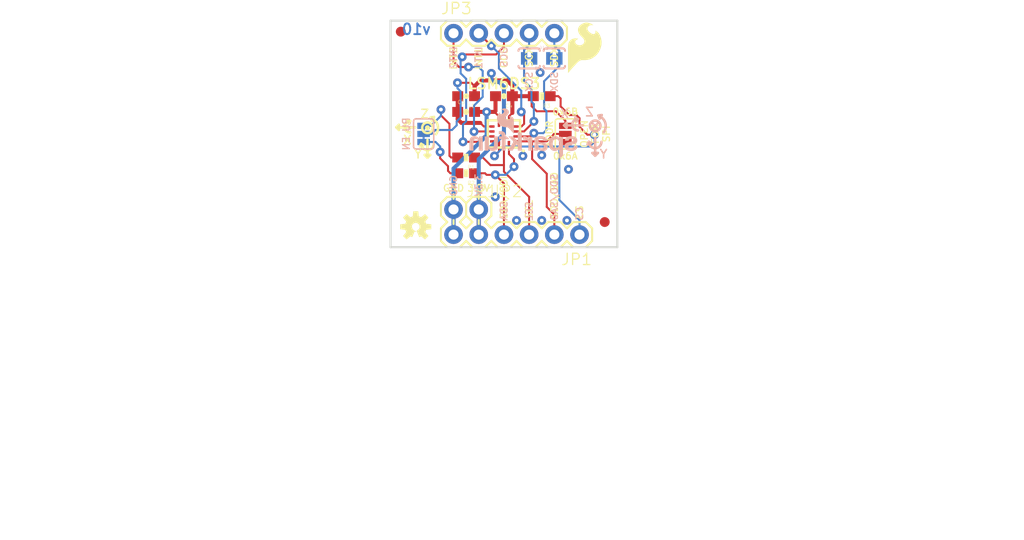
<source format=kicad_pcb>
(kicad_pcb (version 20211014) (generator pcbnew)
  (layers (0 "F.Cu" signal) (31 "B.Cu" signal) (34 "B.Paste" user) (35 "F.Paste" user) (36 "B.SilkS" user "B.Silkscreen") (37 "F.SilkS" user "F.Silkscreen") (38 "B.Mask" user) (39 "F.Mask" user) (44 "Edge.Cuts" user))
  (net 0 "")
  (net 1 "GND")
  (net 2 "VDD")
  (net 3 "SCL")
  (net 4 "SDA")
  (net 5 "CS")
  (net 6 "SDO/SA0")
  (net 7 "SDX")
  (net 8 "SCX")
  (net 9 "INT1")
  (net 10 "INT2")
  (net 11 "3.3V")
  (net 12 "OCS")
  (net 13 "N$5")
  (net 14 "N$6")
  (footprint "boardEagle:CREATIVE_COMMONS" (layer "F.Cu") (at 118.0211 145.6436)
    (fp_text reference "FRAME1" hide)
    (fp_text value "" hide)
  )
  (footprint "boardEagle:1X01_NO_SILK" (layer "F.Cu") (at 145.9611 112.6236)
    (fp_text reference "JP2" (at 1.1938 -1.8288) (layer "F.SilkS") (effects (font (size 1.176528 1.176528) (thickness 0.093472)) (justify left)))
    (fp_text value "3.3V")
    (pad "1" thru_hole circle (at 0 0 90) (size 1.8796 1.8796) (drill 1.016) (layers *.Cu *.Mask) (net 11 "3.3V"))
  )
  (footprint "boardEagle:FIDUCIAL-1X2" (layer "F.Cu") (at 138.102975 94.68485)
    (fp_text reference "FID1" hide)
    (fp_text value "FIDUCIAL1X2" hide)
    (pad "1" smd roundrect (at 0 0) (size 1 1) (layers "F.Cu" "F.Mask") (roundrect_rratio 0.5))
  )
  (footprint "boardEagle:STAND-OFF" (layer "F.Cu") (at 139.6111 99.9236)
    (fp_text reference "STANDOFF1" hide)
    (fp_text value "STAND-OFF" hide)
    (pad "" np_thru_hole circle (at 0 0) (size 3.302 3.302) (drill 3.302) (layers *.Cu *.Mask))
  )
  (footprint "boardEagle:STAND-OFF" (layer "F.Cu") (at 139.6111 110.0836)
    (fp_text reference "STANDOFF2" hide)
    (fp_text value "STAND-OFF" hide)
    (pad "" np_thru_hole circle (at 0 0) (size 3.302 3.302) (drill 3.302) (layers *.Cu *.Mask))
  )
  (footprint "boardEagle:0603" (layer "F.Cu") (at 144.6911 101.1936 180)
    (fp_text reference "L1" (at -0.889 -0.762 180) (layer "F.SilkS") (effects (font (size 0.373888 0.373888) (thickness 0.032512)) (justify right top)))
    (fp_text value "RES-07859")
    (pad "1" smd rect (at -0.85 0 180) (size 1.1 1) (layers "F.Cu" "F.Paste" "F.Mask") (net 11 "3.3V"))
    (pad "2" smd rect (at 0.85 0 180) (size 1.1 1) (layers "F.Cu" "F.Paste" "F.Mask") (net 2 "VDD"))
  )
  (footprint "boardEagle:PAD-JUMPER-3-2OF3_NC_BY_PASTE_YES_SILK_FULL_BOX" (layer "F.Cu") (at 154.69235 105.0036 90)
    (fp_text reference "SJ1" (at -1.27 -1.27 90) (layer "F.SilkS") (effects (font (size 0.373888 0.373888) (thickness 0.032512)) (justify left bottom)))
    (fp_text value "")
    (pad "1" smd rect (at -0.8128 0 90) (size 0.635 1.27) (layers "F.Cu" "F.Mask") (net 1 "GND"))
    (pad "2" smd rect (at 0 0 90) (size 0.635 1.27) (layers "F.Cu" "F.Mask") (net 6 "SDO/SA0"))
    (pad "3" smd rect (at 0.8128 0 90) (size 0.635 1.27) (layers "F.Cu" "F.Mask") (net 11 "3.3V"))
  )
  (footprint "boardEagle:1X06_NO_SILK_YES_STOP" (layer "F.Cu") (at 156.1211 115.1636 180)
    (fp_text reference "JP1" (at -1.3462 -1.8288 180) (layer "F.SilkS") (effects (font (size 1.143 1.143) (thickness 0.127)) (justify right top)))
    (fp_text value "IO")
    (pad "1" thru_hole circle (at 0 0 270) (size 1.8796 1.8796) (drill 1.016) (layers *.Cu *.Mask) (net 5 "CS"))
    (pad "2" thru_hole circle (at 2.54 0 270) (size 1.8796 1.8796) (drill 1.016) (layers *.Cu *.Mask) (net 6 "SDO/SA0"))
    (pad "3" thru_hole circle (at 5.08 0 270) (size 1.8796 1.8796) (drill 1.016) (layers *.Cu *.Mask) (net 3 "SCL"))
    (pad "4" thru_hole circle (at 7.62 0 270) (size 1.8796 1.8796) (drill 1.016) (layers *.Cu *.Mask) (net 4 "SDA"))
    (pad "5" thru_hole circle (at 10.16 0 270) (size 1.8796 1.8796) (drill 1.016) (layers *.Cu *.Mask) (net 11 "3.3V"))
    (pad "6" thru_hole circle (at 12.7 0 270) (size 1.8796 1.8796) (drill 1.016) (layers *.Cu *.Mask) (net 1 "GND"))
  )
  (footprint "boardEagle:LGA14L_DOT_INDICATOR" (layer "F.Cu") (at 148.5011 105.0036 180)
    (fp_text reference "U2")
    (fp_text value "LSM6DS3")
    (pad "1" smd rect (at -1.175 -0.75) (size 0.45 0.25) (layers "F.Cu" "F.Paste" "F.Mask") (net 6 "SDO/SA0"))
    (pad "2" smd rect (at -1.175 -0.25) (size 0.45 0.25) (layers "F.Cu" "F.Paste" "F.Mask") (net 7 "SDX"))
    (pad "3" smd rect (at -1.175 0.25) (size 0.45 0.25) (layers "F.Cu" "F.Paste" "F.Mask") (net 8 "SCX"))
    (pad "4" smd rect (at -1.175 0.75) (size 0.45 0.25) (layers "F.Cu" "F.Paste" "F.Mask") (net 9 "INT1"))
    (pad "5" smd rect (at -0.5 0.925 270) (size 0.45 0.25) (layers "F.Cu" "F.Paste" "F.Mask") (net 11 "3.3V"))
    (pad "6" smd rect (at 0 0.925 270) (size 0.45 0.25) (layers "F.Cu" "F.Paste" "F.Mask") (net 1 "GND"))
    (pad "7" smd rect (at 0.5 0.925 270) (size 0.45 0.25) (layers "F.Cu" "F.Paste" "F.Mask") (net 1 "GND"))
    (pad "8" smd rect (at 1.175 0.75) (size 0.45 0.25) (layers "F.Cu" "F.Paste" "F.Mask") (net 2 "VDD"))
    (pad "9" smd rect (at 1.175 0.25) (size 0.45 0.25) (layers "F.Cu" "F.Paste" "F.Mask") (net 10 "INT2"))
    (pad "10" smd rect (at 1.175 -0.25) (size 0.45 0.25) (layers "F.Cu" "F.Paste" "F.Mask") (net 12 "OCS"))
    (pad "11" smd rect (at 1.175 -0.75) (size 0.45 0.25) (layers "F.Cu" "F.Paste" "F.Mask"))
    (pad "12" smd rect (at 0.5 -0.925 270) (size 0.45 0.25) (layers "F.Cu" "F.Paste" "F.Mask") (net 5 "CS"))
    (pad "13" smd rect (at 0 -0.925 270) (size 0.45 0.25) (layers "F.Cu" "F.Paste" "F.Mask") (net 3 "SCL"))
    (pad "14" smd rect (at -0.5 -0.925 270) (size 0.45 0.25) (layers "F.Cu" "F.Paste" "F.Mask") (net 4 "SDA"))
  )
  (footprint "boardEagle:0603-RES" (layer "F.Cu") (at 144.6911 107.38485 180)
    (fp_text reference "R1" (at -0.889 -0.762 180) (layer "F.SilkS") (effects (font (size 0.373888 0.373888) (thickness 0.032512)) (justify right top)))
    (fp_text value "4.7K")
    (pad "1" smd rect (at -0.85 0 180) (size 1.1 1) (layers "F.Cu" "F.Paste" "F.Mask") (net 3 "SCL"))
    (pad "2" smd rect (at 0.85 0 180) (size 1.1 1) (layers "F.Cu" "F.Paste" "F.Mask") (net 13 "N$5"))
  )
  (footprint "boardEagle:SFE_LOGO_FLAME_.2" (layer "F.Cu") (at 154.612975 99.12985)
    (fp_text reference "LOGO1" hide)
    (fp_text value "SFE_LOGO_FLAME.2_INCH" hide)
  )
  (footprint "boardEagle:1X05" (layer "F.Cu") (at 143.4211 94.8436)
    (fp_text reference "JP3" (at -1.3462 -1.8288) (layer "F.SilkS") (effects (font (size 1.143 1.143) (thickness 0.127)) (justify left bottom)))
    (fp_text value "IO")
    (pad "1" thru_hole circle (at 0 0 90) (size 1.8796 1.8796) (drill 1.016) (layers *.Cu *.Mask) (net 10 "INT2"))
    (pad "2" thru_hole circle (at 2.54 0 90) (size 1.8796 1.8796) (drill 1.016) (layers *.Cu *.Mask) (net 9 "INT1"))
    (pad "3" thru_hole circle (at 5.08 0 90) (size 1.8796 1.8796) (drill 1.016) (layers *.Cu *.Mask) (net 12 "OCS"))
    (pad "4" thru_hole circle (at 7.62 0 90) (size 1.8796 1.8796) (drill 1.016) (layers *.Cu *.Mask) (net 8 "SCX"))
    (pad "5" thru_hole circle (at 10.16 0 90) (size 1.8796 1.8796) (drill 1.016) (layers *.Cu *.Mask) (net 7 "SDX"))
  )
  (footprint "boardEagle:0603-CAP" (layer "F.Cu") (at 148.5011 101.1936 180)
    (fp_text reference "C4" (at -0.889 -0.762 180) (layer "F.SilkS") (effects (font (size 0.373888 0.373888) (thickness 0.032512)) (justify right top)))
    (fp_text value "0.1uF")
    (pad "1" smd rect (at -0.85 0 180) (size 1.1 1) (layers "F.Cu" "F.Paste" "F.Mask") (net 11 "3.3V"))
    (pad "2" smd rect (at 0.85 0 180) (size 1.1 1) (layers "F.Cu" "F.Paste" "F.Mask") (net 1 "GND"))
  )
  (footprint "boardEagle:0603-CAP" (layer "F.Cu") (at 144.6911 102.7811)
    (fp_text reference "C3" (at -0.889 -0.762) (layer "F.SilkS") (effects (font (size 0.373888 0.373888) (thickness 0.032512)) (justify left bottom)))
    (fp_text value "0.1uF")
    (pad "1" smd rect (at -0.85 0) (size 1.1 1) (layers "F.Cu" "F.Paste" "F.Mask") (net 2 "VDD"))
    (pad "2" smd rect (at 0.85 0) (size 1.1 1) (layers "F.Cu" "F.Paste" "F.Mask") (net 1 "GND"))
  )
  (footprint "boardEagle:STAND-OFF" (layer "F.Cu") (at 157.3911 110.0836)
    (fp_text reference "STANDOFF4" hide)
    (fp_text value "STAND-OFF" hide)
    (pad "" np_thru_hole circle (at 0 0) (size 3.302 3.302) (drill 3.302) (layers *.Cu *.Mask))
  )
  (footprint "boardEagle:0603-RES" (layer "F.Cu") (at 144.6911 108.97235 180)
    (fp_text reference "R2" (at -0.889 -0.762 180) (layer "F.SilkS") (effects (font (size 0.373888 0.373888) (thickness 0.032512)) (justify right top)))
    (fp_text value "4.7K")
    (pad "1" smd rect (at -0.85 0 180) (size 1.1 1) (layers "F.Cu" "F.Paste" "F.Mask") (net 4 "SDA"))
    (pad "2" smd rect (at 0.85 0 180) (size 1.1 1) (layers "F.Cu" "F.Paste" "F.Mask") (net 14 "N$6"))
  )
  (footprint "boardEagle:OSHW-LOGO-S" (layer "F.Cu") (at 139.6111 114.36985)
    (fp_text reference "LOGO2" hide)
    (fp_text value "OSHW-LOGOS" hide)
  )
  (footprint "boardEagle:0603-RES" (layer "F.Cu") (at 152.3111 101.1936 180)
    (fp_text reference "R3" (at -0.889 -0.762 180) (layer "F.SilkS") (effects (font (size 0.373888 0.373888) (thickness 0.032512)) (justify right top)))
    (fp_text value "10K")
    (pad "1" smd rect (at -0.85 0 180) (size 1.1 1) (layers "F.Cu" "F.Paste" "F.Mask") (net 5 "CS"))
    (pad "2" smd rect (at 0.85 0 180) (size 1.1 1) (layers "F.Cu" "F.Paste" "F.Mask") (net 11 "3.3V"))
  )
  (footprint "boardEagle:1X01_NO_SILK" (layer "F.Cu") (at 143.4211 112.6236)
    (fp_text reference "JP11" (at 1.1938 -1.8288) (layer "F.SilkS") (effects (font (size 1.176528 1.176528) (thickness 0.093472)) (justify left)))
    (fp_text value "GND")
    (pad "1" thru_hole circle (at 0 0 90) (size 1.8796 1.8796) (drill 1.016) (layers *.Cu *.Mask) (net 1 "GND"))
  )
  (footprint "boardEagle:FIDUCIAL-1X2" (layer "F.Cu") (at 158.6611 113.8936)
    (fp_text reference "FID2" hide)
    (fp_text value "FIDUCIAL1X2" hide)
    (pad "1" smd roundrect (at 0 0) (size 1 1) (layers "F.Cu" "F.Mask") (roundrect_rratio 0.5))
  )
  (footprint "boardEagle:STAND-OFF" (layer "F.Cu") (at 157.3911 99.9236)
    (fp_text reference "STANDOFF3" hide)
    (fp_text value "STAND-OFF" hide)
    (pad "" np_thru_hole circle (at 0 0) (size 3.302 3.302) (drill 3.302) (layers *.Cu *.Mask))
  )
  (footprint "boardEagle:PAD-JUMPER-2-NC_BY_TRACE_YES_SILK" (layer "B.Cu") (at 151.0411 97.3836 180)
    (fp_text reference "SJ4" (at -0.9525 1.27) (layer "B.SilkS") (effects (font (size 0.373888 0.373888) (thickness 0.032512)) (justify right top mirror)))
    (fp_text value "JUMPER-PAD-2-NC_BY_TRACE")
    (fp_line (start -0.381 0) (end 0.381 0) (layer "B.Cu") (width 0.2032))
    (pad "1" smd rect (at -0.508 0 180) (size 0.635 1.27) (layers "B.Cu" "B.Mask") (net 1 "GND"))
    (pad "2" smd rect (at 0.508 0 180) (size 0.635 1.27) (layers "B.Cu" "B.Mask") (net 8 "SCX"))
  )
  (footprint "boardEagle:PAD-JUMPER-2-NC_BY_TRACE_YES_SILK" (layer "B.Cu") (at 153.5811 97.3836)
    (fp_text reference "SJ3" (at -0.9525 1.27 180) (layer "B.SilkS") (effects (font (size 0.373888 0.373888) (thickness 0.032512)) (justify left bottom mirror)))
    (fp_text value "JUMPER-PAD-2-NC_BY_TRACE")
    (fp_line (start -0.381 0) (end 0.381 0) (layer "B.Cu") (width 0.2032))
    (pad "1" smd rect (at -0.508 0) (size 0.635 1.27) (layers "B.Cu" "B.Mask") (net 1 "GND"))
    (pad "2" smd rect (at 0.508 0) (size 0.635 1.27) (layers "B.Cu" "B.Mask") (net 7 "SDX"))
  )
  (footprint "boardEagle:SFE_LOGO_NAME_FLAME_.1" (layer "B.Cu") (at 156.359225 107.622975 180)
    (fp_text reference "LOGO3" hide)
    (fp_text value "SFE_LOGO_NAME_FLAME.1_INCH" hide)
  )
  (footprint "boardEagle:PAD-JUMPER-3-3OF3_NC_BY_TRACE_YES_SILK_FULL_BOX" (layer "B.Cu") (at 140.40485 105.0036 -90)
    (fp_text reference "SJ2" (at -1.27 1.27 90) (layer "B.SilkS") (effects (font (size 0.373888 0.373888) (thickness 0.032512)) (justify left bottom mirror)))
    (fp_text value "S_MODE")
    (fp_line (start -1.016 0) (end -0.254 0) (layer "B.Cu") (width 0.2032))
    (fp_line (start 0.254 0) (end 1.016 0) (layer "B.Cu") (width 0.2032))
    (pad "1" smd rect (at -0.8128 0 270) (size 0.635 1.27) (layers "B.Cu" "B.Mask") (net 13 "N$5"))
    (pad "2" smd rect (at 0 0 270) (size 0.635 1.27) (layers "B.Cu" "B.Mask") (net 11 "3.3V"))
    (pad "3" smd rect (at 0.8128 0 270) (size 0.635 1.27) (layers "B.Cu" "B.Mask") (net 14 "N$6"))
  )
  (gr_line (start 158.022925 103.144638) (end 158.3563 103.097013) (layer "B.SilkS") (width 0.254))
  (gr_line (start 155.959175 103.506588) (end 155.705175 103.379588) (layer "B.SilkS") (width 0.254))
  (gr_arc (start 158.3309 105.802113) (mid 157.6959 106.437113) (end 157.0609 105.802113) (layer "B.SilkS") (width 0.254))
  (gr_line (start 154.562175 104.141588) (end 154.816175 104.395588) (layer "B.SilkS") (width 0.254))
  (gr_arc (start 158.1531 103.224013) (mid 158.732354 103.93571) (end 158.559501 104.836914) (layer "B.SilkS") (width 0.254))
  (gr_line (start 157.9753 106.919713) (end 157.4165 106.919713) (layer "B.SilkS") (width 0.254))
  (gr_line (start 157.6959 107.199113) (end 157.6959 105.421113) (layer "B.SilkS") (width 0.254))
  (gr_line (start 154.562175 104.141588) (end 156.467175 104.141588) (layer "B.SilkS") (width 0.254))
  (gr_line (start 157.0609 105.802113) (end 157.2895 105.929113) (layer "B.SilkS") (width 0.254))
  (gr_line (start 155.959175 103.506588) (end 155.832175 103.760588) (layer "B.SilkS") (width 0.254))
  (gr_line (start 157.6959 107.199113) (end 157.4419 106.945113) (layer "B.SilkS") (width 0.254))
  (gr_line (start 157.0609 105.802113) (end 156.9339 106.056113) (layer "B.SilkS") (width 0.254))
  (gr_line (start 158.0261 103.852663) (end 157.311725 104.567038) (layer "B.SilkS") (width 0.2032))
  (gr_circle (center 157.699075 104.189213) (end 158.232475 104.189213) (layer "B.SilkS") (width 0.254) (fill none))
  (gr_line (start 158.149925 103.452613) (end 158.3563 103.097013) (layer "B.SilkS") (width 0.254))
  (gr_line (start 158.022925 103.144638) (end 158.149925 103.452613) (layer "B.SilkS") (width 0.254))
  (gr_line (start 157.351412 103.852663) (end 158.065787 104.567038) (layer "B.SilkS") (width 0.2032))
  (gr_line (start 154.816175 103.887588) (end 154.816175 104.395588) (layer "B.SilkS") (width 0.254))
  (gr_line (start 157.2895 105.929113) (end 156.9339 106.056113) (layer "B.SilkS") (width 0.254))
  (gr_line (start 155.705175 103.379588) (end 155.832175 103.760588) (layer "B.SilkS") (width 0.254))
  (gr_line (start 157.6959 107.199113) (end 157.9499 106.945113) (layer "B.SilkS") (width 0.254))
  (gr_arc (start 155.959175 104.649588) (mid 155.387675 104.078088) (end 155.959175 103.506588) (layer "B.SilkS") (width 0.254))
  (gr_line (start 154.562175 104.141588) (end 154.816175 103.887588) (layer "B.SilkS") (width 0.254))
  (gr_line (start 142.7861 113.8936) (end 142.1511 113.2586) (layer "F.SilkS") (width 0.2032))
  (gr_line (start 147.8661 113.8936) (end 147.2311 114.5286) (layer "F.SilkS") (width 0.2032))
  (gr_line (start 157.3911 115.7986) (end 156.7561 116.4336) (layer "F.SilkS") (width 0.2032))
  (gr_line (start 146.5961 113.8936) (end 147.2311 114.5286) (layer "F.SilkS") (width 0.2032))
  (gr_line (start 147.2311 115.7986) (end 146.5961 116.4336) (layer "F.SilkS") (width 0.2032))
  (gr_line (start 145.9611 113.695163) (end 145.9611 114.092038) (layer "F.SilkS") (width 0.2032))
  (gr_line (start 144.6911 115.7986) (end 144.0561 116.4336) (layer "F.SilkS") (width 0.2032))
  (gr_line (start 142.1511 114.5286) (end 142.7861 113.8936) (layer "F.SilkS") (width 0.2032))
  (gr_line (start 152.9461 113.8936) (end 154.2161 113.8936) (layer "F.SilkS") (width 0.2032))
  (gr_line (start 152.3111 114.5286) (end 152.9461 113.8936) (layer "F.SilkS") (width 0.2032))
  (gr_line (start 147.8661 113.8936) (end 149.1361 113.8936) (layer "F.SilkS") (width 0.2032))
  (gr_line (start 144.0561 111.3536) (end 144.6911 111.9886) (layer "F.SilkS") (width 0.2032))
  (gr_line (start 157.3911 114.5286) (end 157.3911 115.7986) (layer "F.SilkS") (width 0.2032))
  (gr_line (start 145.3261 111.3536) (end 146.5961 111.3536) (layer "F.SilkS") (width 0.2032))
  (gr_line (start 149.7711 115.7986) (end 149.1361 116.4336) (layer "F.SilkS") (width 0.2032))
  (gr_line (start 137.9093 104.086025) (end 137.9093 104.594025) (layer "F.SilkS") (width 0.254))
  (gr_line (start 144.0561 116.4336) (end 142.7861 116.4336) (layer "F.SilkS") (width 0.2032))
  (gr_circle (center 140.7922 104.38765) (end 140.9192 104.38765) (layer "F.SilkS") (width 0.254) (fill none))
  (gr_line (start 156.7561 113.8936) (end 157.3911 114.5286) (layer "F.SilkS") (width 0.2032))
  (gr_line (start 145.9611 111.552038) (end 145.9611 111.075788) (layer "F.SilkS") (width 0.2032))
  (gr_line (start 142.1511 113.2586) (end 142.1511 111.9886) (layer "F.SilkS") (width 0.2032))
  (gr_arc (start 139.0523 104.848025) (mid 138.4808 104.276525) (end 139.0523 103.705025) (layer "F.SilkS") (width 0.254))
  (gr_line (start 140.789025 107.39755) (end 141.043025 107.14355) (layer "F.SilkS") (width 0.254))
  (gr_line (start 155.4861 116.4336) (end 154.8511 115.7986) (layer "F.SilkS") (width 0.2032))
  (gr_line (start 140.382625 106.12755) (end 140.027025 106.25455) (layer "F.SilkS") (width 0.254))
  (gr_line (start 137.6553 104.340025) (end 137.9093 104.086025) (layer "F.SilkS") (width 0.254))
  (gr_arc (start 141.246225 103.42245) (mid 141.825479 104.134147) (end 141.652626 105.035351) (layer "F.SilkS") (width 0.254))
  (gr_arc (start 141.424025 106.00055) (mid 140.789025 106.63555) (end 140.154025 106.00055) (layer "F.SilkS") (width 0.254))
  (gr_line (start 142.7861 111.3536) (end 144.0561 111.3536) (layer "F.SilkS") (width 0.2032))
  (gr_line (start 138.7983 103.578025) (end 138.9253 103.959025) (layer "F.SilkS") (width 0.254))
  (gr_line (start 142.1511 115.7986) (end 142.1511 114.5286) (layer "F.SilkS") (width 0.2032))
  (gr_line (start 139.0523 103.705025) (end 138.9253 103.959025) (layer "F.SilkS") (width 0.254))
  (gr_line (start 139.0523 103.705025) (end 138.7983 103.578025) (layer "F.SilkS") (width 0.254))
  (gr_line (start 144.6911 113.2586) (end 144.0561 113.8936) (layer "F.SilkS") (width 0.2032))
  (gr_line (start 151.6761 113.8936) (end 152.3111 114.5286) (layer "F.SilkS") (width 0.2032))
  (gr_line (start 137.6553 104.340025) (end 139.5603 104.340025) (layer "F.SilkS") (width 0.254))
  (gr_line (start 154.8511 115.7986) (end 154.2161 116.4336) (layer "F.SilkS") (width 0.2032))
  (gr_line (start 137.6553 104.340025) (end 137.9093 104.594025) (layer "F.SilkS") (width 0.254))
  (gr_circle (center 140.7922 104.38765) (end 141.3256 104.38765) (layer "F.SilkS") (width 0.254) (fill none))
  (gr_line (start 156.7561 116.4336) (end 155.4861 116.4336) (layer "F.SilkS") (width 0.2032))
  (gr_line (start 149.1361 116.4336) (end 147.8661 116.4336) (layer "F.SilkS") (width 0.2032))
  (gr_line (start 145.3261 113.8936) (end 144.6911 113.2586) (layer "F.SilkS") (width 0.2032))
  (gr_line (start 140.154025 106.00055) (end 140.027025 106.25455) (layer "F.SilkS") (width 0.254))
  (gr_line (start 144.6911 114.5286) (end 145.3261 113.8936) (layer "F.SilkS") (width 0.2032))
  (gr_line (start 155.4861 113.8936) (end 156.7561 113.8936) (layer "F.SilkS") (width 0.2032))
  (gr_line (start 144.6911 111.9886) (end 145.3261 111.3536) (layer "F.SilkS") (width 0.2032))
  (gr_line (start 143.4211 113.695163) (end 143.4211 114.092038) (layer "F.SilkS") (width 0.2032))
  (gr_line (start 154.2161 116.4336) (end 152.9461 116.4336) (layer "F.SilkS") (width 0.2032))
  (gr_line (start 141.11605 103.343075) (end 141.449425 103.29545) (layer "F.SilkS") (width 0.254))
  (gr_line (start 140.154025 106.00055) (end 140.382625 106.12755) (layer "F.SilkS") (width 0.254))
  (gr_line (start 146.5961 111.3536) (end 147.2311 111.9886) (layer "F.SilkS") (width 0.2032))
  (gr_line (start 147.8661 116.4336) (end 147.2311 115.7986) (layer "F.SilkS") (width 0.2032))
  (gr_line (start 142.1511 111.9886) (end 142.7861 111.3536) (layer "F.SilkS") (width 0.2032))
  (gr_line (start 147.2311 116.4336) (end 147.8661 116.4336) (layer "F.SilkS") (width 0.2032))
  (gr_line (start 152.3111 115.7986) (end 151.6761 116.4336) (layer "F.SilkS") (width 0.2032))
  (gr_line (start 141.068425 107.11815) (end 140.509625 107.11815) (layer "F.SilkS") (width 0.254))
  (gr_line (start 144.0561 113.8936) (end 144.6911 114.5286) (layer "F.SilkS") (width 0.2032))
  (gr_line (start 140.789025 107.39755) (end 140.535025 107.14355) (layer "F.SilkS") (width 0.254))
  (gr_line (start 142.7861 116.4336) (end 142.1511 115.7986) (layer "F.SilkS") (width 0.2032))
  (gr_line (start 143.4211 111.552038) (end 143.4211 111.075788) (layer "F.SilkS") (width 0.2032))
  (gr_line (start 147.2311 113.2586) (end 146.5961 113.8936) (layer "F.SilkS") (width 0.2032))
  (gr_line (start 151.6761 116.4336) (end 150.4061 116.4336) (layer "F.SilkS") (width 0.2032))
  (gr_line (start 150.4061 116.4336) (end 149.7711 115.7986) (layer "F.SilkS") (width 0.2032))
  (gr_line (start 146.5961 116.4336) (end 145.3261 116.4336) (layer "F.SilkS") (width 0.2032))
  (gr_line (start 149.7711 114.5286) (end 150.4061 113.8936) (layer "F.SilkS") (width 0.2032))
  (gr_line (start 144.6911 111.9886) (end 144.6911 113.2586) (layer "F.SilkS") (width 0.2032))
  (gr_line (start 141.24305 103.65105) (end 141.449425 103.29545) (layer "F.SilkS") (width 0.254))
  (gr_line (start 150.4061 113.8936) (end 151.6761 113.8936) (layer "F.SilkS") (width 0.2032))
  (gr_line (start 145.3261 116.4336) (end 144.6911 115.7986) (layer "F.SilkS") (width 0.2032))
  (gr_line (start 149.1361 113.8936) (end 149.7711 114.5286) (layer "F.SilkS") (width 0.2032))
  (gr_line (start 147.2311 111.9886) (end 147.2311 113.2586) (layer "F.SilkS") (width 0.2032))
  (gr_line (start 140.789025 107.39755) (end 140.789025 105.61955) (layer "F.SilkS") (width 0.254))
  (gr_line (start 141.11605 103.343075) (end 141.24305 103.65105) (layer "F.SilkS") (width 0.254))
  (gr_line (start 154.2161 113.8936) (end 154.8511 114.5286) (layer "F.SilkS") (width 0.2032))
  (gr_line (start 152.9461 116.4336) (end 152.3111 115.7986) (layer "F.SilkS") (width 0.2032))
  (gr_line (start 154.8511 114.5286) (end 155.4861 113.8936) (layer "F.SilkS") (width 0.2032))
  (gr_line (start 159.9311 93.5736) (end 137.0711 93.5736) (layer "Edge.Cuts") (width 0.2032))
  (gr_line (start 159.9311 116.4336) (end 159.9311 93.5736) (layer "Edge.Cuts") (width 0.2032))
  (gr_line (start 137.0711 93.5736) (end 137.0711 116.4336) (layer "Edge.Cuts") (width 0.2032))
  (gr_line (start 137.0711 116.4336) (end 159.9311 116.4336) (layer "Edge.Cuts") (width 0.2032))
  (gr_text "v10" (at 138.102975 93.811725) (layer "B.Cu") (effects (font (size 1.0795 1.0795) (thickness 0.1905)) (justify right top mirror)))
  (gr_text "INT2" (at 143.4211 96.1136 -270) (layer "B.SilkS") (effects (font (size 0.69088 0.69088) (thickness 0.12192)) (justify left mirror)))
  (gr_text "SDX" (at 153.5811 98.6536 -270) (layer "B.SilkS") (effects (font (size 0.69088 0.69088) (thickness 0.12192)) (justify left mirror)))
  (gr_text "OCS" (at 148.5011 96.1136 -270) (layer "B.SilkS") (effects (font (size 0.69088 0.69088) (thickness 0.12192)) (justify left mirror)))
  (gr_text "X" (at 155.128912 103.455788) (layer "B.SilkS") (effects (font (size 0.8636 0.8636) (thickness 0.1524)) (justify left bottom mirror)))
  (gr_text "GND" (at 143.4211 111.3536 -270) (layer "B.SilkS") (effects (font (size 0.69088 0.69088) (thickness 0.12192)) (justify right mirror)))
  (gr_text "SCL" (at 151.0411 113.814225 -270) (layer "B.SilkS") (effects (font (size 0.69088 0.69088) (thickness 0.12192)) (justify right mirror)))
  (gr_text "CS" (at 156.1211 113.814225 -270) (layer "B.SilkS") (effects (font (size 0.69088 0.69088) (thickness 0.12192)) (justify right mirror)))
  (gr_text "Y" (at 159.018287 107.5436) (layer "B.SilkS") (effects (font (size 0.8636 0.8636) (thickness 0.1524)) (justify left bottom mirror)))
  (gr_text "3.3V" (at 145.9611 111.3536 -270) (layer "B.SilkS") (effects (font (size 0.69088 0.69088) (thickness 0.12192)) (justify right mirror)))
  (gr_text "SDO/SA0" (at 153.5811 113.814225 -270) (layer "B.SilkS") (effects (font (size 0.69088 0.69088) (thickness 0.12192)) (justify right mirror)))
  (gr_text "PU EN" (at 139.055475 105.0036 -270) (layer "B.SilkS") (effects (font (size 0.69088 0.69088) (thickness 0.12192)) (justify bottom mirror)))
  (gr_text "INT1" (at 145.9611 96.1136 -270) (layer "B.SilkS") (effects (font (size 0.69088 0.69088) (thickness 0.12192)) (justify left mirror)))
  (gr_text "SCX" (at 151.0411 98.6536 -270) (layer "B.SilkS") (effects (font (size 0.69088 0.69088) (thickness 0.12192)) (justify left mirror)))
  (gr_text "Z" (at 157.629225 103.297038) (layer "B.SilkS") (effects (font (size 0.8636 0.8636) (thickness 0.1524)) (justify left bottom mirror)))
  (gr_text "SDA" (at 148.5011 113.814225 -270) (layer "B.SilkS") (effects (font (size 0.69088 0.69088) (thickness 0.12192)) (justify right mirror)))
  (gr_text "CS" (at 156.1211 113.655475 90) (layer "F.SilkS") (effects (font (size 0.69088 0.69088) (thickness 0.12192)) (justify left)))
  (gr_text "OPEN\nFOR\nSPI" (at 156.200475 105.0036 90) (layer "F.SilkS") (effects (font (size 0.69088 0.69088) (thickness 0.12192)) (justify top)))
  (gr_text "OCS" (at 148.5011 96.192975 90) (layer "F.SilkS") (effects (font (size 0.69088 0.69088) (thickness 0.12192)) (justify right)))
  (gr_text "INT2" (at 143.4211 96.192975 90) (layer "F.SilkS") (effects (font (size 0.69088 0.69088) (thickness 0.12192)) (justify right)))
  (gr_text "SDA/SDI" (at 148.5011 113.655475 90) (layer "F.SilkS") (effects (font (size 0.69088 0.69088) (thickness 0.12192)) (justify left)))
  (gr_text "SCL" (at 151.0411 113.655475 90) (layer "F.SilkS") (effects (font (size 0.69088 0.69088) (thickness 0.12192)) (justify left)))
  (gr_text "X" (at 138.261725 106.11485) (layer "F.SilkS") (effects (font (size 0.8636 0.8636) (thickness 0.1524)) (justify left bottom)))
  (gr_text "GND" (at 143.4211 110.877479) (layer "F.SilkS") (effects (font (size 0.69088 0.69088) (thickness 0.12192)) (justify bottom)))
  (gr_text "INT1" (at 145.9611 96.192975 90) (layer "F.SilkS") (effects (font (size 0.69088 0.69088) (thickness 0.12192)) (justify right)))
  (gr_text "LSM6DS3" (at 148.5011 100.5586) (layer "F.SilkS") (effects (font (size 1.0795 1.0795) (thickness 0.1905)) (justify bottom)))
  (gr_text "0x6A" (at 154.69235 106.829225) (layer "F.SilkS") (effects (font (size 0.69088 0.69088) (thickness 0.12192)) (justify top)))
  (gr_text "SCX" (at 151.0411 96.192975 90) (layer "F.SilkS") (effects (font (size 0.69088 0.69088) (thickness 0.12192)) (justify right)))
  (gr_text "SDX" (at 153.5811 96.192975 90) (layer "F.SilkS") (effects (font (size 0.69088 0.69088) (thickness 0.12192)) (justify right)))
  (gr_text "3.3V" (at 145.9611 110.877479) (layer "F.SilkS") (effects (font (size 0.69088 0.69088) (thickness 0.12192)) (justify bottom)))
  (gr_text "ADDR" (at 153.501725 105.0036 90) (layer "F.SilkS") (effects (font (size 0.69088 0.69088) (thickness 0.12192)) (justify bottom)))
  (gr_text "Z" (at 140.007975 103.495475) (layer "F.SilkS") (effects (font (size 0.8636 0.8636) (thickness 0.1524)) (justify left bottom)))
  (gr_text "SDO/SA0" (at 153.5811 113.655475 90) (layer "F.SilkS") (effects (font (size 0.69088 0.69088) (thickness 0.12192)) (justify left)))
  (gr_text "Y" (at 139.372975 107.5436) (layer "F.SilkS") (effects (font (size 0.8636 0.8636) (thickness 0.1524)) (justify left bottom)))
  (gr_text "0x6B" (at 154.69235 103.177975) (layer "F.SilkS") (effects (font (size 0.69088 0.69088) (thickness 0.12192)) (justify bottom)))
  (segment (start 145.5411 102.7811) (end 146.75485 102.7811) (width 0.4064) (layer "F.Cu") (net 1))
  (segment (start 148.5011 104.0786) (end 148.5011 103.2256) (width 0.2032) (layer "F.Cu") (net 1))
  (segment (start 147.6511 101.1936) (end 147.6511 102.6786) (width 0.4064) (layer "F.Cu") (net 1))
  (segment (start 148.0011 103.2336) (end 147.9931 103.2256) (width 0.2032) (layer "F.Cu") (net 1))
  (segment (start 148.5011 103.2256) (end 147.9931 103.2256) (width 0.2032) (layer "F.Cu") (net 1))
  (segment (start 147.6511 102.8836) (end 147.9931 103.2256) (width 0.2032) (layer "F.Cu") (net 1))
  (segment (start 147.5486 102.7811) (end 146.75485 102.7811) (width 0.4064) (layer "F.Cu") (net 1))
  (segment (start 143.4211 115.1636) (end 143.4211 112.6236) (width 0.4064) (layer "F.Cu") (net 1))
  (segment (start 147.6511 101.1936) (end 147.6511 102.8836) (width 0.2032) (layer "F.Cu") (net 1))
  (segment (start 148.0011 104.0786) (end 148.0011 103.2336) (width 0.2032) (layer "F.Cu") (net 1))
  (segment (start 147.6511 102.6786) (end 147.5486 102.7811) (width 0.4064) (layer "F.Cu") (net 1))
  (via (at 150.4061 107.2261) (size 0.889) (drill 0.381) (layers "F.Cu" "B.Cu") (net 1))
  (via (at 152.3111 113.73485) (size 0.889) (drill 0.381) (layers "F.Cu" "B.Cu") (net 1))
  (via (at 149.7711 113.73485) (size 0.889) (drill 0.381) (layers "F.Cu" "B.Cu") (net 1))
  (via (at 152.15235 98.81235) (size 0.889) (drill 0.381) (layers "F.Cu" "B.Cu") (net 1))
  (via (at 154.8511 113.73485) (size 0.889) (drill 0.381) (layers "F.Cu" "B.Cu") (net 1))
  (via (at 146.75485 102.7811) (size 0.889) (drill 0.381) (layers "F.Cu" "B.Cu") (net 1))
  (via (at 152.3111 107.146725) (size 0.889) (drill 0.381) (layers "F.Cu" "B.Cu") (net 1))
  (via (at 155.00985 108.573316) (size 0.889) (drill 0.381) (layers "F.Cu" "B.Cu") (net 1))
  (via (at 147.627975 111.3536) (size 0.889) (drill 0.381) (layers "F.Cu" "B.Cu") (net 1))
  (segment (start 143.4211 112.6236) (end 143.4211 108.4961) (width 0.4064) (layer "B.Cu") (net 1))
  (segment (start 143.4211 108.4961) (end 146.75485 105.16235) (width 0.4064) (layer "B.Cu") (net 1))
  (segment (start 143.4211 112.6236) (end 143.4211 115.1636) (width 0.4064) (layer "B.Cu") (net 1))
  (segment (start 146.75485 102.7811) (end 146.75485 105.16235) (width 0.4064) (layer "B.Cu") (net 1))
  (segment (start 147.3261 104.2536) (end 146.4811 104.2536) (width 0.2032) (layer "F.Cu") (net 2))
  (segment (start 143.8411 101.1936) (end 143.8411 102.7811) (width 0.4064) (layer "F.Cu") (net 2))
  (segment (start 144.21485 103.89235) (end 146.11985 103.89235) (width 0.4064) (layer "F.Cu") (net 2))
  (segment (start 143.8411 102.7811) (end 143.8411 103.5186) (width 0.4064) (layer "F.Cu") (net 2))
  (segment (start 143.8411 103.5186) (end 144.21485 103.89235) (width 0.4064) (layer "F.Cu") (net 2))
  (segment (start 146.4811 104.2536) (end 146.11985 103.89235) (width 0.2032) (layer "F.Cu") (net 2))
  (segment (start 148.5011 105.9286) (end 148.5011 108.14685) (width 0.2032) (layer "F.Cu") (net 3))
  (segment (start 151.0411 111.3536) (end 151.0411 115.1636) (width 0.2032) (layer "F.Cu") (net 3))
  (segment (start 148.5011 108.8136) (end 151.0411 111.3536) (width 0.2032) (layer "F.Cu") (net 3))
  (segment (start 145.5411 107.38485) (end 146.37385 107.38485) (width 0.2032) (layer "F.Cu") (net 3))
  (segment (start 148.5011 108.14685) (end 148.5011 108.8136) (width 0.2032) (layer "F.Cu") (net 3))
  (segment (start 147.13585 108.14685) (end 148.5011 108.14685) (width 0.2032) (layer "F.Cu") (net 3))
  (segment (start 146.37385 107.38485) (end 147.13585 108.14685) (width 0.2032) (layer "F.Cu") (net 3))
  (segment (start 149.5171 108.3056) (end 149.5171 107.5436) (width 0.2032) (layer "F.Cu") (net 4))
  (segment (start 148.5011 115.1636) (end 148.5011 110.004225) (width 0.2032) (layer "F.Cu") (net 4))
  (segment (start 146.5961 108.97235) (end 146.75485 109.1311) (width 0.2032) (layer "F.Cu") (net 4))
  (segment (start 147.627975 109.1311) (end 148.5011 110.004225) (width 0.2032) (layer "F.Cu") (net 4))
  (segment (start 149.0011 105.9286) (end 149.0091 105.9366) (width 0.2032) (layer "F.Cu") (net 4))
  (segment (start 145.5411 108.97235) (end 146.5961 108.97235) (width 0.2032) (layer "F.Cu") (net 4))
  (segment (start 146.75485 109.1311) (end 147.627975 109.1311) (width 0.2032) (layer "F.Cu") (net 4))
  (segment (start 149.0091 105.9366) (end 149.0091 107.0356) (width 0.2032) (layer "F.Cu") (net 4))
  (segment (start 149.5171 107.5436) (end 149.0091 107.0356) (width 0.2032) (layer "F.Cu") (net 4))
  (via (at 147.627975 109.1311) (size 0.889) (drill 0.381) (layers "F.Cu" "B.Cu") (net 4))
  (via (at 149.5171 108.3056) (size 0.889) (drill 0.381) (layers "F.Cu" "B.Cu") (net 4))
  (segment (start 148.6916 109.1311) (end 147.627975 109.1311) (width 0.2032) (layer "B.Cu") (net 4))
  (segment (start 148.6916 109.1311) (end 149.5171 108.3056) (width 0.2032) (layer "B.Cu") (net 4))
  (segment (start 148.0011 106.7736) (end 147.5486 107.2261) (width 0.2032) (layer "F.Cu") (net 5))
  (segment (start 156.1211 103.4161) (end 156.1211 104.289225) (width 0.2032) (layer "F.Cu") (net 5))
  (segment (start 155.089225 103.0986) (end 155.8036 103.0986) (width 0.2032) (layer "F.Cu") (net 5))
  (segment (start 157.629225 105.082975) (end 156.91485 105.082975) (width 0.2032) (layer "F.Cu") (net 5))
  (segment (start 156.1211 104.289225) (end 156.91485 105.082975) (width 0.2032) (layer "F.Cu") (net 5))
  (segment (start 154.2161 102.225475) (end 155.089225 103.0986) (width 0.2032) (layer "F.Cu") (net 5))
  (segment (start 148.0011 105.9286) (end 148.0011 106.7736) (width 0.2032) (layer "F.Cu") (net 5))
  (segment (start 153.1611 101.1936) (end 153.977975 101.1936) (width 0.2032) (layer "F.Cu") (net 5))
  (segment (start 154.2161 101.431725) (end 154.2161 102.225475) (width 0.2032) (layer "F.Cu") (net 5))
  (segment (start 153.977975 101.1936) (end 154.2161 101.431725) (width 0.2032) (layer "F.Cu") (net 5))
  (segment (start 155.8036 103.0986) (end 156.1211 103.4161) (width 0.2032) (layer "F.Cu") (net 5))
  (via (at 157.629225 105.082975) (size 0.889) (drill 0.381) (layers "F.Cu" "B.Cu") (net 5))
  (via (at 147.5486 107.2261) (size 0.889) (drill 0.381) (layers "F.Cu" "B.Cu") (net 5))
  (segment (start 148.5011 106.2736) (end 147.5486 107.2261) (width 0.2032) (layer "B.Cu") (net 5))
  (segment (start 157.629225 105.082975) (end 157.629225 105.79735) (width 0.2032) (layer "B.Cu") (net 5))
  (segment (start 157.629225 105.79735) (end 157.152975 106.2736) (width 0.2032) (layer "B.Cu") (net 5))
  (segment (start 154.0891 111.6711) (end 154.0891 106.2736) (width 0.2032) (layer "B.Cu") (net 5))
  (segment (start 156.1211 113.7031) (end 154.0891 111.6711) (width 0.2032) (layer "B.Cu") (net 5))
  (segment (start 156.1211 115.1636) (end 156.1211 113.7031) (width 0.2032) (layer "B.Cu") (net 5))
  (segment (start 157.152975 106.2736) (end 154.0891 106.2736) (width 0.2032) (layer "B.Cu") (net 5))
  (segment (start 154.0891 106.2736) (end 148.5011 106.2736) (width 0.2032) (layer "B.Cu") (net 5))
  (segment (start 153.5571 105.0036) (end 154.69235 105.0036) (width 0.2032) (layer "F.Cu") (net 6))
  (segment (start 153.5811 113.1316) (end 152.8191 112.3696) (width 0.2032) (layer "F.Cu") (net 6))
  (segment (start 153.5811 115.1636) (end 153.5811 113.1316) (width 0.2032) (layer "F.Cu") (net 6))
  (segment (start 151.342725 105.7536) (end 152.8071 105.7536) (width 0.2032) (layer "F.Cu") (net 6))
  (segment (start 152.8191 112.3696) (end 152.8191 109.019975) (width 0.2032) (layer "F.Cu") (net 6))
  (segment (start 152.8191 109.019975) (end 151.342725 107.5436) (width 0.2032) (layer "F.Cu") (net 6))
  (segment (start 149.6761 105.7536) (end 151.342725 105.7536) (width 0.2032) (layer "F.Cu") (net 6))
  (segment (start 153.5571 105.0036) (end 152.8071 105.7536) (width 0.2032) (layer "F.Cu") (net 6))
  (segment (start 151.342725 107.5436) (end 151.342725 105.7536) (width 0.2032) (layer "F.Cu") (net 6))
  (segment (start 149.6761 105.2536) (end 151.187975 105.2536) (width 0.2032) (layer "F.Cu") (net 7))
  (segment (start 151.187975 105.2536) (end 151.51735 104.924225) (width 0.2032) (layer "F.Cu") (net 7))
  (via (at 151.51735 104.924225) (size 0.889) (drill 0.381) (layers "F.Cu" "B.Cu") (net 7))
  (segment (start 152.549225 99.685475) (end 154.0891 98.1456) (width 0.2032) (layer "B.Cu") (net 7))
  (segment (start 152.549225 102.4636) (end 152.549225 99.685475) (width 0.2032) (layer "B.Cu") (net 7))
  (segment (start 153.5811 94.8436) (end 153.5811 96.1136) (width 0.2032) (layer "B.Cu") (net 7))
  (segment (start 152.46985 104.924225) (end 152.78735 104.606725) (width 0.2032) (layer "B.Cu") (net 7))
  (segment (start 154.0891 98.1456) (end 154.0891 97.3836) (width 0.2032) (layer "B.Cu") (net 7))
  (segment (start 152.78735 102.701725) (end 152.549225 102.4636) (width 0.2032) (layer "B.Cu") (net 7))
  (segment (start 152.78735 104.606725) (end 152.78735 102.701725) (width 0.2032) (layer "B.Cu") (net 7))
  (segment (start 154.0891 97.3836) (end 154.0891 96.6216) (width 0.2032) (layer "B.Cu") (net 7))
  (segment (start 153.5811 96.1136) (end 154.0891 96.6216) (width 0.2032) (layer "B.Cu") (net 7))
  (segment (start 151.51735 104.924225) (end 152.46985 104.924225) (width 0.2032) (layer "B.Cu") (net 7))
  (segment (start 149.6761 104.7536) (end 150.5291 104.7536) (width 0.2032) (layer "F.Cu") (net 8))
  (segment (start 151.51735 103.76535) (end 150.5291 104.7536) (width 0.2032) (layer "F.Cu") (net 8))
  (segment (start 151.51735 103.7336) (end 151.51735 103.76535) (width 0.2032) (layer "F.Cu") (net 8))
  (via (at 151.51735 103.7336) (size 0.889) (drill 0.381) (layers "F.Cu" "B.Cu") (net 8))
  (segment (start 151.51735 101.98735) (end 151.51735 103.7336) (width 0.2032) (layer "B.Cu") (net 8))
  (segment (start 151.279225 100.39985) (end 151.279225 101.749225) (width 0.2032) (layer "B.Cu") (net 8))
  (segment (start 151.0411 94.8436) (end 151.0411 96.034225) (width 0.2032) (layer "B.Cu") (net 8))
  (segment (start 150.5331 97.3836) (end 150.5331 96.542225) (width 0.2032) (layer "B.Cu") (net 8))
  (segment (start 151.279225 101.749225) (end 151.51735 101.98735) (width 0.2032) (layer "B.Cu") (net 8))
  (segment (start 150.5331 97.3836) (end 150.5331 99.653725) (width 0.2032) (layer "B.Cu") (net 8))
  (segment (start 150.5331 99.653725) (end 151.279225 100.39985) (width 0.2032) (layer "B.Cu") (net 8))
  (segment (start 151.0411 96.034225) (end 150.5331 96.542225) (width 0.2032) (layer "B.Cu") (net 8))
  (segment (start 150.5331 103.06685) (end 150.24735 102.7811) (width 0.2032) (layer "F.Cu") (net 9))
  (segment (start 149.6761 104.2536) (end 150.2671 104.2536) (width 0.2032) (layer "F.Cu") (net 9))
  (segment (start 150.2671 104.2536) (end 150.5331 103.9876) (width 0.2032) (layer "F.Cu") (net 9))
  (segment (start 147.2311 96.1136) (end 145.9611 94.8436) (width 0.2032) (layer "F.Cu") (net 9))
  (segment (start 150.5331 103.9876) (end 150.5331 103.06685) (width 0.2032) (layer "F.Cu") (net 9))
  (via (at 147.2311 96.1136) (size 0.889) (drill 0.381) (layers "F.Cu" "B.Cu") (net 9))
  (via (at 150.24735 102.7811) (size 0.889) (drill 0.381) (layers "F.Cu" "B.Cu") (net 9))
  (segment (start 150.24735 102.7811) (end 150.24735 100.65385) (width 0.2032) (layer "B.Cu") (net 9))
  (segment (start 150.24735 100.65385) (end 147.9931 98.3996) (width 0.2032) (layer "B.Cu") (net 9))
  (segment (start 147.9931 96.8756) (end 147.2311 96.1136) (width 0.2032) (layer "B.Cu") (net 9))
  (segment (start 147.9931 98.3996) (end 147.9931 96.8756) (width 0.2032) (layer "B.Cu") (net 9))
  (segment (start 143.4211 97.7011) (end 143.4211 94.8436) (width 0.2032) (layer "F.Cu") (net 10))
  (segment (start 144.929225 98.256725) (end 143.976725 98.256725) (width 0.2032) (layer "F.Cu") (net 10))
  (segment (start 147.3261 104.7536) (end 145.472975 104.7536) (width 0.2032) (layer "F.Cu") (net 10))
  (segment (start 145.472975 104.7536) (end 145.48485 104.765475) (width 0.2032) (layer "F.Cu") (net 10))
  (segment (start 143.976725 98.256725) (end 143.4211 97.7011) (width 0.2032) (layer "F.Cu") (net 10))
  (via (at 145.48485 104.765475) (size 0.889) (drill 0.381) (layers "F.Cu" "B.Cu") (net 10))
  (via (at 144.929225 98.256725) (size 0.889) (drill 0.381) (layers "F.Cu" "B.Cu") (net 10))
  (segment (start 145.48485 104.765475) (end 145.48485 102.1461) (width 0.2032) (layer "B.Cu") (net 10))
  (segment (start 145.9611 98.256725) (end 144.929225 98.256725) (width 0.2032) (layer "B.Cu") (net 10))
  (segment (start 146.357975 101.272975) (end 145.48485 102.1461) (width 0.2032) (layer "B.Cu") (net 10))
  (segment (start 146.357975 98.6536) (end 145.9611 98.256725) (width 0.2032) (layer "B.Cu") (net 10))
  (segment (start 146.357975 98.6536) (end 146.357975 101.272975) (width 0.2032) (layer "B.Cu") (net 10))
  (segment (start 151.8031 102.7176) (end 151.2951 102.2096) (width 0.2032) (layer "F.Cu") (net 11))
  (segment (start 151.2951 101.3596) (end 151.4611 101.1936) (width 0.2032) (layer "F.Cu") (net 11))
  (segment (start 145.5411 100.18485) (end 145.200475 99.844225) (width 0.2032) (layer "F.Cu") (net 11))
  (segment (start 149.0011 104.0786) (end 149.0011 103.2336) (width 0.2032) (layer "F.Cu") (net 11))
  (segment (start 153.73985 102.7176) (end 151.8031 102.7176) (width 0.2032) (layer "F.Cu") (net 11))
  (segment (start 149.3511 100.1386) (end 148.8186 99.6061) (width 0.4064) (layer "F.Cu") (net 11))
  (segment (start 145.9611 112.6236) (end 145.9611 115.1636) (width 0.4064) (layer "F.Cu") (net 11))
  (segment (start 149.3511 101.1936) (end 149.3511 102.8836) (width 0.4064) (layer "F.Cu") (net 11))
  (segment (start 147.151725 99.6061) (end 147.2311 99.526725) (width 0.4064) (layer "F.Cu") (net 11))
  (segment (start 148.8186 99.6061) (end 147.2311 99.6061) (width 0.4064) (layer "F.Cu") (net 11))
  (segment (start 154.69235 103.6701) (end 153.73985 102.7176) (width 0.2032) (layer "F.Cu") (net 11))
  (segment (start 149.0011 103.2336) (end 149.3511 102.8836) (width 0.2032) (layer "F.Cu") (net 11))
  (segment (start 145.5411 101.1936) (end 145.5411 100.18485) (width 0.4064) (layer "F.Cu") (net 11))
  (segment (start 151.2951 102.2096) (end 151.2951 101.3596) (width 0.2032) (layer "F.Cu") (net 11))
  (segment (start 149.3511 101.1936) (end 149.3511 100.1386) (width 0.4064) (layer "F.Cu") (net 11))
  (segment (start 149.3511 101.1936) (end 151.4611 101.1936) (width 0.4064) (layer "F.Cu") (net 11))
  (segment (start 154.69235 104.1908) (end 154.69235 103.6701) (width 0.2032) (layer "F.Cu") (net 11))
  (segment (start 146.11985 99.6061) (end 147.151725 99.6061) (width 0.4064) (layer "F.Cu") (net 11))
  (segment (start 147.2311 99.6061) (end 147.2311 99.526725) (width 0.4064) (layer "F.Cu") (net 11))
  (segment (start 145.5411 100.18485) (end 146.11985 99.6061) (width 0.4064) (layer "F.Cu") (net 11))
  (segment (start 147.2311 99.526725) (end 147.2311 98.891725) (width 0.4064) (layer "F.Cu") (net 11))
  (segment (start 143.817975 99.844225) (end 145.200475 99.844225) (width 0.2032) (layer "F.Cu") (net 11))
  (via (at 147.2311 98.891725) (size 0.889) (drill 0.381) (layers "F.Cu" "B.Cu") (net 11))
  (via (at 143.817975 99.844225) (size 0.889) (drill 0.381) (layers "F.Cu" "B.Cu") (net 11))
  (segment (start 144.135475 100.71735) (end 143.817975 100.39985) (width 0.2032) (layer "B.Cu") (net 11))
  (segment (start 140.40485 105.0036) (end 141.1986 105.0036) (width 0.2032) (layer "B.Cu") (net 11))
  (segment (start 148.5011 100.2411) (end 148.02485 99.76485) (width 0.4064) (layer "B.Cu") (net 11))
  (segment (start 148.5011 105.0036) (end 148.5011 100.2411) (width 0.4064) (layer "B.Cu") (net 11))
  (segment (start 147.2311 99.526725) (end 147.2311 98.891725) (width 0.4064) (layer "B.Cu") (net 11))
  (segment (start 145.9611 112.6236) (end 145.9611 107.5436) (width 0.4064) (layer "B.Cu") (net 11))
  (segment (start 143.817975 100.39985) (end 143.817975 99.844225) (width 0.2032) (layer "B.Cu") (net 11))
  (segment (start 141.1986 105.0036) (end 141.595475 104.606725) (width 0.2032) (layer "B.Cu") (net 11))
  (segment (start 143.26235 104.606725) (end 143.7386 104.130475) (width 0.2032) (layer "B.Cu") (net 11))
  (segment (start 147.469225 99.76485) (end 147.2311 99.526725) (width 0.4064) (layer "B.Cu") (net 11))
  (segment (start 145.9611 107.5436) (end 148.5011 105.0036) (width 0.4064) (layer "B.Cu") (net 11))
  (segment (start 144.135475 103.336725) (end 144.135475 100.71735) (width 0.2032) (layer "B.Cu") (net 11))
  (segment (start 141.595475 104.606725) (end 143.26235 104.606725) (width 0.2032) (layer "B.Cu") (net 11))
  (segment (start 143.7386 103.7336) (end 144.135475 103.336725) (width 0.2032) (layer "B.Cu") (net 11))
  (segment (start 148.02485 99.76485) (end 147.469225 99.76485) (width 0.4064) (layer "B.Cu") (net 11))
  (segment (start 143.7386 104.130475) (end 143.7386 103.7336) (width 0.2032) (layer "B.Cu") (net 11))
  (segment (start 145.9611 112.6236) (end 145.9611 115.1636) (width 0.4064) (layer "B.Cu") (net 11))
  (segment (start 148.5011 96.192975) (end 148.5011 94.8436) (width 0.2032) (layer "F.Cu") (net 12))
  (segment (start 147.70735 96.986725) (end 148.5011 96.192975) (width 0.2032) (layer "F.Cu") (net 12))
  (segment (start 146.4731 105.2536) (end 145.92935 105.79735) (width 0.2032) (layer "F.Cu") (net 12))
  (segment (start 144.53235 96.986725) (end 144.294225 97.22485) (width 0.2032) (layer "F.Cu") (net 12))
  (segment (start 147.3261 105.2536) (end 146.4731 105.2536) (width 0.2032) (layer "F.Cu") (net 12))
  (segment (start 144.3736 105.79735) (end 145.92935 105.79735) (width 0.2032) (layer "F.Cu") (net 12))
  (segment (start 147.70735 96.986725) (end 144.53235 96.986725) (width 0.2032) (layer "F.Cu") (net 12))
  (via (at 144.3736 105.79735) (size 0.889) (drill 0.381) (layers "F.Cu" "B.Cu") (net 12))
  (via (at 144.294225 97.22485) (size 0.889) (drill 0.381) (layers "F.Cu" "B.Cu") (net 12))
  (segment (start 144.6911 99.44735) (end 144.6911 103.7336) (width 0.2032) (layer "B.Cu") (net 12))
  (segment (start 144.135475 97.621725) (end 144.135475 98.891725) (width 0.2032) (layer "B.Cu") (net 12))
  (segment (start 144.294225 97.462975) (end 144.135475 97.621725) (width 0.2032) (layer "B.Cu") (net 12))
  (segment (start 144.3736 104.0511) (end 144.3736 105.79735) (width 0.2032) (layer "B.Cu") (net 12))
  (segment (start 144.135475 98.891725) (end 144.6911 99.44735) (width 0.2032) (layer "B.Cu") (net 12))
  (segment (start 144.294225 97.22485) (end 144.294225 97.462975) (width 0.2032) (layer "B.Cu") (net 12))
  (segment (start 144.6911 103.7336) (end 144.3736 104.0511) (width 0.2032) (layer "B.Cu") (net 12))
  (segment (start 142.1511 103.13035) (end 143.00835 103.9876) (width 0.2032) (layer "F.Cu") (net 13))
  (segment (start 143.00835 107.210225) (end 143.182975 107.38485) (width 0.2032) (layer "F.Cu") (net 13))
  (segment (start 142.1511 102.542975) (end 142.1511 103.13035) (width 0.2032) (layer "F.Cu") (net 13))
  (segment (start 143.00835 103.9876) (end 143.00835 107.210225) (width 0.2032) (layer "F.Cu") (net 13))
  (segment (start 143.182975 107.38485) (end 143.8411 107.38485) (width 0.2032) (layer "F.Cu") (net 13))
  (via (at 142.1511 102.542975) (size 0.889) (drill 0.381) (layers "F.Cu" "B.Cu") (net 13))
  (segment (start 141.138275 104.1908) (end 142.1511 103.177975) (width 0.2032) (layer "B.Cu") (net 13))
  (segment (start 140.40485 104.1908) (end 141.138275 104.1908) (width 0.2032) (layer "B.Cu") (net 13))
  (segment (start 142.1511 103.177975) (end 142.1511 102.542975) (width 0.2032) (layer "B.Cu") (net 13))
  (segment (start 143.1036 108.97235) (end 143.8411 108.97235) (width 0.2032) (layer "F.Cu") (net 14))
  (segment (start 142.071725 107.464225) (end 142.865475 108.257975) (width 0.2032) (layer "F.Cu") (net 14))
  (segment (start 142.071725 106.829225) (end 142.071725 107.464225) (width 0.2032) (layer "F.Cu") (net 14))
  (segment (start 142.865475 108.734225) (end 143.1036 108.97235) (width 0.2032) (layer "F.Cu") (net 14))
  (segment (start 142.865475 108.257975) (end 142.865475 108.734225) (width 0.2032) (layer "F.Cu") (net 14))
  (via (at 142.071725 106.829225) (size 0.889) (drill 0.381) (layers "F.Cu" "B.Cu") (net 14))
  (segment (start 142.071725 106.2736) (end 142.071725 106.829225) (width 0.2032) (layer "B.Cu") (net 14))
  (segment (start 141.614525 105.8164) (end 142.071725 106.2736) (width 0.2032) (layer "B.Cu") (net 14))
  (segment (start 140.40485 105.8164) (end 141.614525 105.8164) (width 0.2032) (layer "B.Cu") (net 14))
)
</source>
